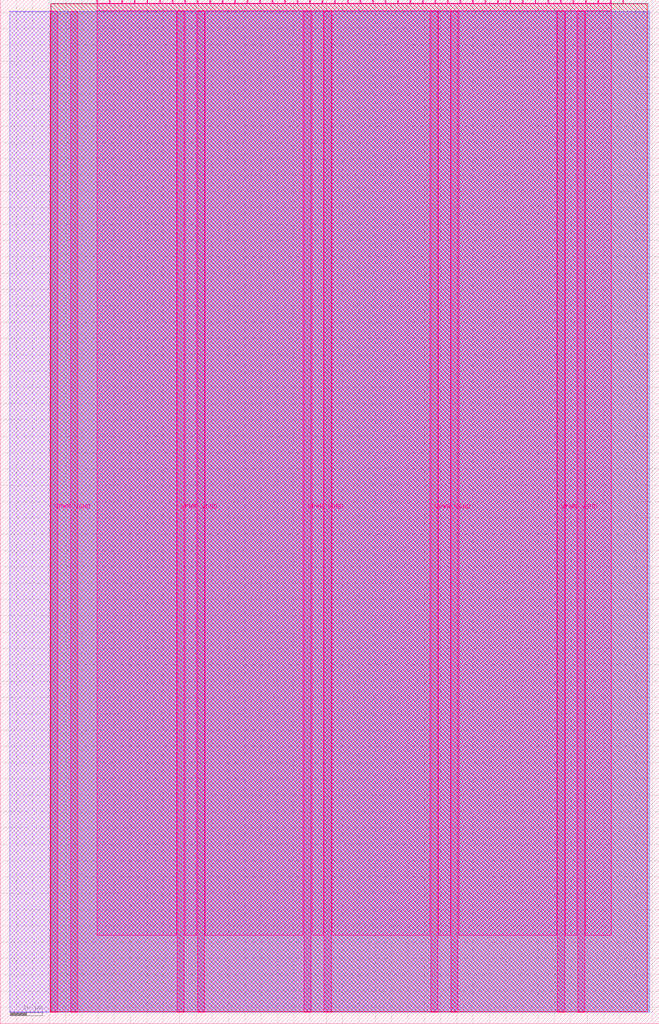
<source format=lef>
VERSION 5.7 ;
  NOWIREEXTENSIONATPIN ON ;
  DIVIDERCHAR "/" ;
  BUSBITCHARS "[]" ;
MACRO tt_um_uart_bgdtanasa
  CLASS BLOCK ;
  FOREIGN tt_um_uart_bgdtanasa ;
  ORIGIN 0.000 0.000 ;
  SIZE 202.080 BY 313.740 ;
  PIN VGND
    DIRECTION INOUT ;
    USE GROUND ;
    PORT
      LAYER Metal5 ;
        RECT 21.580 3.560 23.780 310.180 ;
    END
    PORT
      LAYER Metal5 ;
        RECT 60.450 3.560 62.650 310.180 ;
    END
    PORT
      LAYER Metal5 ;
        RECT 99.320 3.560 101.520 310.180 ;
    END
    PORT
      LAYER Metal5 ;
        RECT 138.190 3.560 140.390 310.180 ;
    END
    PORT
      LAYER Metal5 ;
        RECT 177.060 3.560 179.260 310.180 ;
    END
  END VGND
  PIN VPWR
    DIRECTION INOUT ;
    USE POWER ;
    PORT
      LAYER Metal5 ;
        RECT 15.380 3.560 17.580 310.180 ;
    END
    PORT
      LAYER Metal5 ;
        RECT 54.250 3.560 56.450 310.180 ;
    END
    PORT
      LAYER Metal5 ;
        RECT 93.120 3.560 95.320 310.180 ;
    END
    PORT
      LAYER Metal5 ;
        RECT 131.990 3.560 134.190 310.180 ;
    END
    PORT
      LAYER Metal5 ;
        RECT 170.860 3.560 173.060 310.180 ;
    END
  END VPWR
  PIN clk
    DIRECTION INPUT ;
    USE SIGNAL ;
    ANTENNAGATEAREA 0.213200 ;
    PORT
      LAYER Metal5 ;
        RECT 187.050 312.740 187.350 313.740 ;
    END
  END clk
  PIN ena
    DIRECTION INPUT ;
    USE SIGNAL ;
    PORT
      LAYER Metal5 ;
        RECT 190.890 312.740 191.190 313.740 ;
    END
  END ena
  PIN rst_n
    DIRECTION INPUT ;
    USE SIGNAL ;
    ANTENNAGATEAREA 0.842400 ;
    PORT
      LAYER Metal5 ;
        RECT 183.210 312.740 183.510 313.740 ;
    END
  END rst_n
  PIN ui_in[0]
    DIRECTION INPUT ;
    USE SIGNAL ;
    ANTENNAGATEAREA 0.180700 ;
    PORT
      LAYER Metal5 ;
        RECT 179.370 312.740 179.670 313.740 ;
    END
  END ui_in[0]
  PIN ui_in[1]
    DIRECTION INPUT ;
    USE SIGNAL ;
    PORT
      LAYER Metal5 ;
        RECT 175.530 312.740 175.830 313.740 ;
    END
  END ui_in[1]
  PIN ui_in[2]
    DIRECTION INPUT ;
    USE SIGNAL ;
    PORT
      LAYER Metal5 ;
        RECT 171.690 312.740 171.990 313.740 ;
    END
  END ui_in[2]
  PIN ui_in[3]
    DIRECTION INPUT ;
    USE SIGNAL ;
    PORT
      LAYER Metal5 ;
        RECT 167.850 312.740 168.150 313.740 ;
    END
  END ui_in[3]
  PIN ui_in[4]
    DIRECTION INPUT ;
    USE SIGNAL ;
    PORT
      LAYER Metal5 ;
        RECT 164.010 312.740 164.310 313.740 ;
    END
  END ui_in[4]
  PIN ui_in[5]
    DIRECTION INPUT ;
    USE SIGNAL ;
    PORT
      LAYER Metal5 ;
        RECT 160.170 312.740 160.470 313.740 ;
    END
  END ui_in[5]
  PIN ui_in[6]
    DIRECTION INPUT ;
    USE SIGNAL ;
    PORT
      LAYER Metal5 ;
        RECT 156.330 312.740 156.630 313.740 ;
    END
  END ui_in[6]
  PIN ui_in[7]
    DIRECTION INPUT ;
    USE SIGNAL ;
    PORT
      LAYER Metal5 ;
        RECT 152.490 312.740 152.790 313.740 ;
    END
  END ui_in[7]
  PIN uio_in[0]
    DIRECTION INPUT ;
    USE SIGNAL ;
    PORT
      LAYER Metal5 ;
        RECT 148.650 312.740 148.950 313.740 ;
    END
  END uio_in[0]
  PIN uio_in[1]
    DIRECTION INPUT ;
    USE SIGNAL ;
    PORT
      LAYER Metal5 ;
        RECT 144.810 312.740 145.110 313.740 ;
    END
  END uio_in[1]
  PIN uio_in[2]
    DIRECTION INPUT ;
    USE SIGNAL ;
    PORT
      LAYER Metal5 ;
        RECT 140.970 312.740 141.270 313.740 ;
    END
  END uio_in[2]
  PIN uio_in[3]
    DIRECTION INPUT ;
    USE SIGNAL ;
    PORT
      LAYER Metal5 ;
        RECT 137.130 312.740 137.430 313.740 ;
    END
  END uio_in[3]
  PIN uio_in[4]
    DIRECTION INPUT ;
    USE SIGNAL ;
    PORT
      LAYER Metal5 ;
        RECT 133.290 312.740 133.590 313.740 ;
    END
  END uio_in[4]
  PIN uio_in[5]
    DIRECTION INPUT ;
    USE SIGNAL ;
    PORT
      LAYER Metal5 ;
        RECT 129.450 312.740 129.750 313.740 ;
    END
  END uio_in[5]
  PIN uio_in[6]
    DIRECTION INPUT ;
    USE SIGNAL ;
    PORT
      LAYER Metal5 ;
        RECT 125.610 312.740 125.910 313.740 ;
    END
  END uio_in[6]
  PIN uio_in[7]
    DIRECTION INPUT ;
    USE SIGNAL ;
    PORT
      LAYER Metal5 ;
        RECT 121.770 312.740 122.070 313.740 ;
    END
  END uio_in[7]
  PIN uio_oe[0]
    DIRECTION OUTPUT ;
    USE SIGNAL ;
    ANTENNADIFFAREA 0.299200 ;
    PORT
      LAYER Metal5 ;
        RECT 56.490 312.740 56.790 313.740 ;
    END
  END uio_oe[0]
  PIN uio_oe[1]
    DIRECTION OUTPUT ;
    USE SIGNAL ;
    ANTENNADIFFAREA 0.299200 ;
    PORT
      LAYER Metal5 ;
        RECT 52.650 312.740 52.950 313.740 ;
    END
  END uio_oe[1]
  PIN uio_oe[2]
    DIRECTION OUTPUT ;
    USE SIGNAL ;
    ANTENNADIFFAREA 0.299200 ;
    PORT
      LAYER Metal5 ;
        RECT 48.810 312.740 49.110 313.740 ;
    END
  END uio_oe[2]
  PIN uio_oe[3]
    DIRECTION OUTPUT ;
    USE SIGNAL ;
    ANTENNADIFFAREA 0.299200 ;
    PORT
      LAYER Metal5 ;
        RECT 44.970 312.740 45.270 313.740 ;
    END
  END uio_oe[3]
  PIN uio_oe[4]
    DIRECTION OUTPUT ;
    USE SIGNAL ;
    ANTENNADIFFAREA 0.299200 ;
    PORT
      LAYER Metal5 ;
        RECT 41.130 312.740 41.430 313.740 ;
    END
  END uio_oe[4]
  PIN uio_oe[5]
    DIRECTION OUTPUT ;
    USE SIGNAL ;
    ANTENNADIFFAREA 0.299200 ;
    PORT
      LAYER Metal5 ;
        RECT 37.290 312.740 37.590 313.740 ;
    END
  END uio_oe[5]
  PIN uio_oe[6]
    DIRECTION OUTPUT ;
    USE SIGNAL ;
    ANTENNADIFFAREA 0.299200 ;
    PORT
      LAYER Metal5 ;
        RECT 33.450 312.740 33.750 313.740 ;
    END
  END uio_oe[6]
  PIN uio_oe[7]
    DIRECTION OUTPUT ;
    USE SIGNAL ;
    ANTENNADIFFAREA 0.299200 ;
    PORT
      LAYER Metal5 ;
        RECT 29.610 312.740 29.910 313.740 ;
    END
  END uio_oe[7]
  PIN uio_out[0]
    DIRECTION OUTPUT ;
    USE SIGNAL ;
    ANTENNADIFFAREA 0.299200 ;
    PORT
      LAYER Metal5 ;
        RECT 87.210 312.740 87.510 313.740 ;
    END
  END uio_out[0]
  PIN uio_out[1]
    DIRECTION OUTPUT ;
    USE SIGNAL ;
    ANTENNADIFFAREA 0.299200 ;
    PORT
      LAYER Metal5 ;
        RECT 83.370 312.740 83.670 313.740 ;
    END
  END uio_out[1]
  PIN uio_out[2]
    DIRECTION OUTPUT ;
    USE SIGNAL ;
    ANTENNADIFFAREA 0.299200 ;
    PORT
      LAYER Metal5 ;
        RECT 79.530 312.740 79.830 313.740 ;
    END
  END uio_out[2]
  PIN uio_out[3]
    DIRECTION OUTPUT ;
    USE SIGNAL ;
    ANTENNADIFFAREA 0.299200 ;
    PORT
      LAYER Metal5 ;
        RECT 75.690 312.740 75.990 313.740 ;
    END
  END uio_out[3]
  PIN uio_out[4]
    DIRECTION OUTPUT ;
    USE SIGNAL ;
    ANTENNADIFFAREA 0.299200 ;
    PORT
      LAYER Metal5 ;
        RECT 71.850 312.740 72.150 313.740 ;
    END
  END uio_out[4]
  PIN uio_out[5]
    DIRECTION OUTPUT ;
    USE SIGNAL ;
    ANTENNADIFFAREA 0.299200 ;
    PORT
      LAYER Metal5 ;
        RECT 68.010 312.740 68.310 313.740 ;
    END
  END uio_out[5]
  PIN uio_out[6]
    DIRECTION OUTPUT ;
    USE SIGNAL ;
    ANTENNADIFFAREA 0.299200 ;
    PORT
      LAYER Metal5 ;
        RECT 64.170 312.740 64.470 313.740 ;
    END
  END uio_out[6]
  PIN uio_out[7]
    DIRECTION OUTPUT ;
    USE SIGNAL ;
    ANTENNADIFFAREA 0.299200 ;
    PORT
      LAYER Metal5 ;
        RECT 60.330 312.740 60.630 313.740 ;
    END
  END uio_out[7]
  PIN uo_out[0]
    DIRECTION OUTPUT ;
    USE SIGNAL ;
    ANTENNADIFFAREA 0.706800 ;
    PORT
      LAYER Metal5 ;
        RECT 117.930 312.740 118.230 313.740 ;
    END
  END uo_out[0]
  PIN uo_out[1]
    DIRECTION OUTPUT ;
    USE SIGNAL ;
    ANTENNADIFFAREA 0.706800 ;
    PORT
      LAYER Metal5 ;
        RECT 114.090 312.740 114.390 313.740 ;
    END
  END uo_out[1]
  PIN uo_out[2]
    DIRECTION OUTPUT ;
    USE SIGNAL ;
    ANTENNADIFFAREA 0.654800 ;
    PORT
      LAYER Metal5 ;
        RECT 110.250 312.740 110.550 313.740 ;
    END
  END uo_out[2]
  PIN uo_out[3]
    DIRECTION OUTPUT ;
    USE SIGNAL ;
    ANTENNADIFFAREA 0.706800 ;
    PORT
      LAYER Metal5 ;
        RECT 106.410 312.740 106.710 313.740 ;
    END
  END uo_out[3]
  PIN uo_out[4]
    DIRECTION OUTPUT ;
    USE SIGNAL ;
    ANTENNADIFFAREA 0.299200 ;
    PORT
      LAYER Metal5 ;
        RECT 102.570 312.740 102.870 313.740 ;
    END
  END uo_out[4]
  PIN uo_out[5]
    DIRECTION OUTPUT ;
    USE SIGNAL ;
    ANTENNADIFFAREA 0.299200 ;
    PORT
      LAYER Metal5 ;
        RECT 98.730 312.740 99.030 313.740 ;
    END
  END uo_out[5]
  PIN uo_out[6]
    DIRECTION OUTPUT ;
    USE SIGNAL ;
    ANTENNADIFFAREA 0.299200 ;
    PORT
      LAYER Metal5 ;
        RECT 94.890 312.740 95.190 313.740 ;
    END
  END uo_out[6]
  PIN uo_out[7]
    DIRECTION OUTPUT ;
    USE SIGNAL ;
    ANTENNADIFFAREA 0.299200 ;
    PORT
      LAYER Metal5 ;
        RECT 91.050 312.740 91.350 313.740 ;
    END
  END uo_out[7]
  OBS
      LAYER GatPoly ;
        RECT 2.880 3.630 199.200 310.110 ;
      LAYER Metal1 ;
        RECT 2.880 3.560 199.200 310.180 ;
      LAYER Metal2 ;
        RECT 15.515 3.680 198.865 310.060 ;
      LAYER Metal3 ;
        RECT 15.560 3.635 198.820 312.625 ;
      LAYER Metal4 ;
        RECT 15.515 3.680 198.385 312.580 ;
      LAYER Metal5 ;
        RECT 30.120 312.530 33.240 312.740 ;
        RECT 33.960 312.530 37.080 312.740 ;
        RECT 37.800 312.530 40.920 312.740 ;
        RECT 41.640 312.530 44.760 312.740 ;
        RECT 45.480 312.530 48.600 312.740 ;
        RECT 49.320 312.530 52.440 312.740 ;
        RECT 53.160 312.530 56.280 312.740 ;
        RECT 57.000 312.530 60.120 312.740 ;
        RECT 60.840 312.530 63.960 312.740 ;
        RECT 64.680 312.530 67.800 312.740 ;
        RECT 68.520 312.530 71.640 312.740 ;
        RECT 72.360 312.530 75.480 312.740 ;
        RECT 76.200 312.530 79.320 312.740 ;
        RECT 80.040 312.530 83.160 312.740 ;
        RECT 83.880 312.530 87.000 312.740 ;
        RECT 87.720 312.530 90.840 312.740 ;
        RECT 91.560 312.530 94.680 312.740 ;
        RECT 95.400 312.530 98.520 312.740 ;
        RECT 99.240 312.530 102.360 312.740 ;
        RECT 103.080 312.530 106.200 312.740 ;
        RECT 106.920 312.530 110.040 312.740 ;
        RECT 110.760 312.530 113.880 312.740 ;
        RECT 114.600 312.530 117.720 312.740 ;
        RECT 118.440 312.530 121.560 312.740 ;
        RECT 122.280 312.530 125.400 312.740 ;
        RECT 126.120 312.530 129.240 312.740 ;
        RECT 129.960 312.530 133.080 312.740 ;
        RECT 133.800 312.530 136.920 312.740 ;
        RECT 137.640 312.530 140.760 312.740 ;
        RECT 141.480 312.530 144.600 312.740 ;
        RECT 145.320 312.530 148.440 312.740 ;
        RECT 149.160 312.530 152.280 312.740 ;
        RECT 153.000 312.530 156.120 312.740 ;
        RECT 156.840 312.530 159.960 312.740 ;
        RECT 160.680 312.530 163.800 312.740 ;
        RECT 164.520 312.530 167.640 312.740 ;
        RECT 168.360 312.530 171.480 312.740 ;
        RECT 172.200 312.530 175.320 312.740 ;
        RECT 176.040 312.530 179.160 312.740 ;
        RECT 179.880 312.530 183.000 312.740 ;
        RECT 183.720 312.530 186.840 312.740 ;
        RECT 29.660 310.390 187.300 312.530 ;
        RECT 29.660 27.155 54.040 310.390 ;
        RECT 56.660 27.155 60.240 310.390 ;
        RECT 62.860 27.155 92.910 310.390 ;
        RECT 95.530 27.155 99.110 310.390 ;
        RECT 101.730 27.155 131.780 310.390 ;
        RECT 134.400 27.155 137.980 310.390 ;
        RECT 140.600 27.155 170.650 310.390 ;
        RECT 173.270 27.155 176.850 310.390 ;
        RECT 179.470 27.155 187.300 310.390 ;
  END
END tt_um_uart_bgdtanasa
END LIBRARY


</source>
